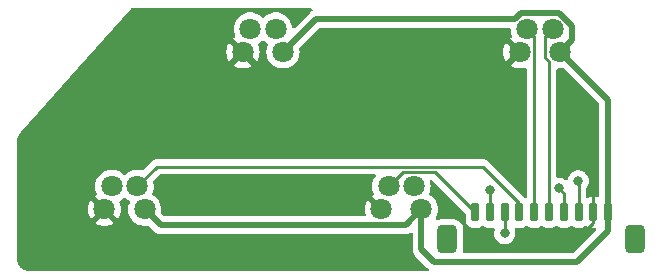
<source format=gbr>
%TF.GenerationSoftware,KiCad,Pcbnew,7.0.9*%
%TF.CreationDate,2024-04-07T02:28:49-04:00*%
%TF.ProjectId,rearbox_peripheral_io_top,72656172-626f-4785-9f70-657269706865,rev?*%
%TF.SameCoordinates,Original*%
%TF.FileFunction,Copper,L1,Top*%
%TF.FilePolarity,Positive*%
%FSLAX46Y46*%
G04 Gerber Fmt 4.6, Leading zero omitted, Abs format (unit mm)*
G04 Created by KiCad (PCBNEW 7.0.9) date 2024-04-07 02:28:49*
%MOMM*%
%LPD*%
G01*
G04 APERTURE LIST*
G04 Aperture macros list*
%AMRoundRect*
0 Rectangle with rounded corners*
0 $1 Rounding radius*
0 $2 $3 $4 $5 $6 $7 $8 $9 X,Y pos of 4 corners*
0 Add a 4 corners polygon primitive as box body*
4,1,4,$2,$3,$4,$5,$6,$7,$8,$9,$2,$3,0*
0 Add four circle primitives for the rounded corners*
1,1,$1+$1,$2,$3*
1,1,$1+$1,$4,$5*
1,1,$1+$1,$6,$7*
1,1,$1+$1,$8,$9*
0 Add four rect primitives between the rounded corners*
20,1,$1+$1,$2,$3,$4,$5,0*
20,1,$1+$1,$4,$5,$6,$7,0*
20,1,$1+$1,$6,$7,$8,$9,0*
20,1,$1+$1,$8,$9,$2,$3,0*%
G04 Aperture macros list end*
%TA.AperFunction,SMDPad,CuDef*%
%ADD10RoundRect,0.425000X0.425000X0.775000X-0.425000X0.775000X-0.425000X-0.775000X0.425000X-0.775000X0*%
%TD*%
%TA.AperFunction,SMDPad,CuDef*%
%ADD11RoundRect,0.150000X0.150000X0.650000X-0.150000X0.650000X-0.150000X-0.650000X0.150000X-0.650000X0*%
%TD*%
%TA.AperFunction,ComponentPad*%
%ADD12C,1.800000*%
%TD*%
%TA.AperFunction,ViaPad*%
%ADD13C,0.800000*%
%TD*%
%TA.AperFunction,Conductor*%
%ADD14C,0.500000*%
%TD*%
%TA.AperFunction,Conductor*%
%ADD15C,0.250000*%
%TD*%
G04 APERTURE END LIST*
D10*
%TO.P,J6,*%
%TO.N,*%
X128221000Y-71973000D03*
X112371000Y-71973000D03*
D11*
%TO.P,J6,1,Pin_1*%
%TO.N,Net-(J5-Pin_4)*%
X114721000Y-69723000D03*
%TO.P,J6,2,Pin_2*%
%TO.N,Net-(J5-Pin_2)*%
X115971000Y-69723000D03*
%TO.P,J6,3,Pin_3*%
%TO.N,Net-(J4-Pin_4)*%
X117221000Y-69723000D03*
%TO.P,J6,4,Pin_4*%
%TO.N,Net-(J4-Pin_2)*%
X118471000Y-69723000D03*
%TO.P,J6,5,Pin_5*%
%TO.N,Net-(J3-Pin_4)*%
X119721000Y-69723000D03*
%TO.P,J6,6,Pin_6*%
%TO.N,Net-(J3-Pin_2)*%
X120971000Y-69723000D03*
%TO.P,J6,7,Pin_7*%
%TO.N,Net-(J2-Pin_4)*%
X122221000Y-69723000D03*
%TO.P,J6,8,Pin_8*%
%TO.N,Net-(J2-Pin_2)*%
X123471000Y-69723000D03*
%TO.P,J6,9,Pin_9*%
%TO.N,GND*%
X124721000Y-69723000D03*
%TO.P,J6,10,Pin_10*%
%TO.N,5v*%
X125971000Y-69723000D03*
%TD*%
D12*
%TO.P,J3,1,Pin_1*%
%TO.N,5v*%
X121896022Y-56139429D03*
%TO.P,J3,2,Pin_2*%
%TO.N,Net-(J3-Pin_2)*%
X121270928Y-54189430D03*
%TO.P,J3,3,Pin_3*%
%TO.N,GND*%
X118495978Y-56139429D03*
%TO.P,J3,4,Pin_4*%
%TO.N,Net-(J3-Pin_4)*%
X119121001Y-54189430D03*
%TD*%
%TO.P,J2,1,Pin_1*%
%TO.N,5v*%
X98456022Y-56139428D03*
%TO.P,J2,2,Pin_2*%
%TO.N,Net-(J2-Pin_2)*%
X97830928Y-54189429D03*
%TO.P,J2,3,Pin_3*%
%TO.N,GND*%
X95055978Y-56139428D03*
%TO.P,J2,4,Pin_4*%
%TO.N,Net-(J2-Pin_4)*%
X95681001Y-54189429D03*
%TD*%
%TO.P,J4,1,Pin_1*%
%TO.N,5v*%
X86736022Y-69469858D03*
%TO.P,J4,2,Pin_2*%
%TO.N,Net-(J4-Pin_2)*%
X86110928Y-67519859D03*
%TO.P,J4,3,Pin_3*%
%TO.N,GND*%
X83335978Y-69469858D03*
%TO.P,J4,4,Pin_4*%
%TO.N,Net-(J4-Pin_4)*%
X83961001Y-67519859D03*
%TD*%
%TO.P,J5,1,Pin_1*%
%TO.N,5v*%
X110176022Y-69469859D03*
%TO.P,J5,2,Pin_2*%
%TO.N,Net-(J5-Pin_2)*%
X109550928Y-67519860D03*
%TO.P,J5,3,Pin_3*%
%TO.N,GND*%
X106775978Y-69469859D03*
%TO.P,J5,4,Pin_4*%
%TO.N,Net-(J5-Pin_4)*%
X107401001Y-67519860D03*
%TD*%
D13*
%TO.N,Net-(J2-Pin_2)*%
X123444000Y-67056000D03*
%TO.N,GND*%
X124714000Y-67945000D03*
X123571000Y-71755000D03*
%TO.N,Net-(J2-Pin_4)*%
X121788701Y-67695299D03*
%TO.N,Net-(J4-Pin_4)*%
X117221000Y-71501000D03*
%TO.N,Net-(J5-Pin_2)*%
X115951000Y-67818000D03*
%TD*%
D14*
%TO.N,5v*%
X122936000Y-53945313D02*
X122936000Y-55099451D01*
X122936000Y-55099451D02*
X121896022Y-56139429D01*
X118561812Y-52839430D02*
X121830117Y-52839430D01*
X118061242Y-53340000D02*
X118561812Y-52839430D01*
X101255450Y-53340000D02*
X118061242Y-53340000D01*
X121830117Y-52839430D02*
X122936000Y-53945313D01*
X98456022Y-56139428D02*
X101255450Y-53340000D01*
X121896022Y-56139429D02*
X125971000Y-60214407D01*
X86736022Y-69469858D02*
X88086023Y-70819859D01*
X88086023Y-70819859D02*
X108826022Y-70819859D01*
X123317000Y-73914000D02*
X125971000Y-71260000D01*
X125971000Y-60214407D02*
X125971000Y-69723000D01*
X108826022Y-70819859D02*
X110176022Y-69469859D01*
X110176022Y-72838022D02*
X111252000Y-73914000D01*
X110176022Y-69469859D02*
X110176022Y-72838022D01*
X111252000Y-73914000D02*
X123317000Y-73914000D01*
X125971000Y-71260000D02*
X125971000Y-69723000D01*
D15*
%TO.N,Net-(J2-Pin_2)*%
X123471000Y-67083000D02*
X123471000Y-69723000D01*
X123444000Y-67056000D02*
X123471000Y-67083000D01*
%TO.N,GND*%
X124721000Y-70605000D02*
X123571000Y-71755000D01*
X124721000Y-67952000D02*
X124714000Y-67945000D01*
X124721000Y-69723000D02*
X124721000Y-67952000D01*
X124721000Y-69723000D02*
X124721000Y-70605000D01*
%TO.N,Net-(J2-Pin_4)*%
X122221000Y-68127598D02*
X122221000Y-69723000D01*
X121788701Y-67695299D02*
X122221000Y-68127598D01*
%TO.N,Net-(J3-Pin_2)*%
X120671022Y-56646841D02*
X120671022Y-54789336D01*
X120971000Y-56946819D02*
X120671022Y-56646841D01*
X120671022Y-54789336D02*
X121270928Y-54189430D01*
X120971000Y-69723000D02*
X120971000Y-56946819D01*
%TO.N,Net-(J3-Pin_4)*%
X119721000Y-54789429D02*
X119121001Y-54189430D01*
X119721000Y-69723000D02*
X119721000Y-54789429D01*
%TO.N,Net-(J4-Pin_2)*%
X86110928Y-67519859D02*
X87785927Y-65844860D01*
X118471000Y-68961000D02*
X118471000Y-69723000D01*
X115354860Y-65844860D02*
X118471000Y-68961000D01*
X87785927Y-65844860D02*
X115354860Y-65844860D01*
%TO.N,Net-(J4-Pin_4)*%
X117221000Y-69723000D02*
X117221000Y-71501000D01*
%TO.N,Net-(J5-Pin_2)*%
X115971000Y-69723000D02*
X115971000Y-67838000D01*
X115971000Y-67838000D02*
X115951000Y-67818000D01*
%TO.N,Net-(J5-Pin_4)*%
X114721000Y-69723000D02*
X111292860Y-66294860D01*
X111292860Y-66294860D02*
X108626001Y-66294860D01*
X108626001Y-66294860D02*
X107401001Y-67519860D01*
%TD*%
%TA.AperFunction,Conductor*%
%TO.N,GND*%
G36*
X100893433Y-52471185D02*
G01*
X100939188Y-52523989D01*
X100949132Y-52593147D01*
X100920107Y-52656703D01*
X100894531Y-52679102D01*
X100852166Y-52706965D01*
X100786796Y-52747286D01*
X100781127Y-52751769D01*
X100781091Y-52751723D01*
X100775248Y-52756484D01*
X100775285Y-52756528D01*
X100769760Y-52761164D01*
X100717064Y-52817017D01*
X99433690Y-54100390D01*
X99372367Y-54133875D01*
X99302675Y-54128891D01*
X99246742Y-54087019D01*
X99222433Y-54022951D01*
X99217062Y-53958124D01*
X99206204Y-53915247D01*
X99160085Y-53733128D01*
X99066852Y-53520580D01*
X98939911Y-53326281D01*
X98939908Y-53326278D01*
X98939907Y-53326276D01*
X98782712Y-53155516D01*
X98782707Y-53155512D01*
X98782705Y-53155510D01*
X98599562Y-53012964D01*
X98599556Y-53012960D01*
X98395432Y-52902493D01*
X98395423Y-52902490D01*
X98175912Y-52827131D01*
X98004210Y-52798479D01*
X97946977Y-52788929D01*
X97714879Y-52788929D01*
X97669092Y-52796569D01*
X97485943Y-52827131D01*
X97266432Y-52902490D01*
X97266423Y-52902493D01*
X97062299Y-53012960D01*
X96933042Y-53113565D01*
X96879144Y-53155516D01*
X96879141Y-53155518D01*
X96879140Y-53155520D01*
X96847193Y-53190224D01*
X96787306Y-53226214D01*
X96717468Y-53224113D01*
X96664734Y-53190222D01*
X96632787Y-53155518D01*
X96632778Y-53155510D01*
X96449635Y-53012964D01*
X96449629Y-53012960D01*
X96245505Y-52902493D01*
X96245496Y-52902490D01*
X96025985Y-52827131D01*
X95854283Y-52798479D01*
X95797050Y-52788929D01*
X95564952Y-52788929D01*
X95519165Y-52796569D01*
X95336016Y-52827131D01*
X95116505Y-52902490D01*
X95116496Y-52902493D01*
X94912372Y-53012960D01*
X94912366Y-53012964D01*
X94729223Y-53155510D01*
X94729220Y-53155513D01*
X94729217Y-53155515D01*
X94729217Y-53155516D01*
X94697268Y-53190222D01*
X94572017Y-53326281D01*
X94445076Y-53520580D01*
X94351843Y-53733128D01*
X94294867Y-53958120D01*
X94294865Y-53958131D01*
X94275701Y-54189422D01*
X94275701Y-54189435D01*
X94294865Y-54420726D01*
X94294867Y-54420737D01*
X94351843Y-54645729D01*
X94406274Y-54769818D01*
X94415177Y-54839118D01*
X94385200Y-54902230D01*
X94351737Y-54928682D01*
X94287624Y-54963379D01*
X94257178Y-54987074D01*
X94257178Y-54987075D01*
X94846757Y-55576654D01*
X94753390Y-55615329D01*
X94628053Y-55711503D01*
X94531879Y-55836839D01*
X94493204Y-55930207D01*
X93904790Y-55341793D01*
X93820494Y-55470819D01*
X93820492Y-55470823D01*
X93727295Y-55683292D01*
X93670339Y-55908209D01*
X93651180Y-56139422D01*
X93651180Y-56139433D01*
X93670339Y-56370646D01*
X93727295Y-56595563D01*
X93820494Y-56808037D01*
X93904789Y-56937061D01*
X94493204Y-56348647D01*
X94531879Y-56442016D01*
X94628053Y-56567353D01*
X94753390Y-56663527D01*
X94846757Y-56702200D01*
X94257177Y-57291779D01*
X94287628Y-57315478D01*
X94491675Y-57425904D01*
X94491684Y-57425907D01*
X94711117Y-57501239D01*
X94939971Y-57539428D01*
X95171985Y-57539428D01*
X95400838Y-57501239D01*
X95620271Y-57425907D01*
X95620280Y-57425904D01*
X95824328Y-57315478D01*
X95854776Y-57291779D01*
X95265198Y-56702201D01*
X95358566Y-56663527D01*
X95483903Y-56567353D01*
X95580077Y-56442017D01*
X95618751Y-56348648D01*
X96207164Y-56937062D01*
X96291462Y-56808034D01*
X96384660Y-56595563D01*
X96441616Y-56370646D01*
X96460776Y-56139433D01*
X96460776Y-56139422D01*
X96441616Y-55908209D01*
X96384660Y-55683292D01*
X96330464Y-55559736D01*
X96321561Y-55490436D01*
X96351538Y-55427324D01*
X96385004Y-55400871D01*
X96385389Y-55400663D01*
X96449627Y-55365899D01*
X96632785Y-55223342D01*
X96632789Y-55223337D01*
X96632792Y-55223335D01*
X96646488Y-55208456D01*
X96664733Y-55188636D01*
X96724617Y-55152645D01*
X96794456Y-55154743D01*
X96847192Y-55188632D01*
X96879144Y-55223342D01*
X96879147Y-55223344D01*
X96879150Y-55223347D01*
X97062293Y-55365893D01*
X97062303Y-55365900D01*
X97062309Y-55365903D01*
X97126541Y-55400663D01*
X97176132Y-55449882D01*
X97191240Y-55518098D01*
X97181080Y-55559528D01*
X97126865Y-55683127D01*
X97069888Y-55908119D01*
X97069886Y-55908130D01*
X97050722Y-56139421D01*
X97050722Y-56139434D01*
X97069886Y-56370725D01*
X97069888Y-56370736D01*
X97126864Y-56595728D01*
X97220097Y-56808276D01*
X97347038Y-57002575D01*
X97347041Y-57002579D01*
X97347043Y-57002581D01*
X97504238Y-57173341D01*
X97504241Y-57173343D01*
X97504244Y-57173346D01*
X97687387Y-57315892D01*
X97687393Y-57315896D01*
X97687396Y-57315898D01*
X97854882Y-57406537D01*
X97890674Y-57425907D01*
X97891519Y-57426364D01*
X98005509Y-57465496D01*
X98111037Y-57501725D01*
X98111039Y-57501725D01*
X98111041Y-57501726D01*
X98339973Y-57539928D01*
X98339974Y-57539928D01*
X98572070Y-57539928D01*
X98572071Y-57539928D01*
X98801003Y-57501726D01*
X99020525Y-57426364D01*
X99224648Y-57315898D01*
X99225187Y-57315479D01*
X99286151Y-57268028D01*
X99407806Y-57173341D01*
X99565001Y-57002581D01*
X99691946Y-56808277D01*
X99785179Y-56595728D01*
X99842156Y-56370733D01*
X99842163Y-56370647D01*
X99861322Y-56139434D01*
X99861322Y-56139421D01*
X99842157Y-55908136D01*
X99842156Y-55908123D01*
X99840568Y-55901852D01*
X99843188Y-55832035D01*
X99873088Y-55783728D01*
X101529999Y-54126819D01*
X101591322Y-54093334D01*
X101617680Y-54090500D01*
X117593353Y-54090500D01*
X117660392Y-54110185D01*
X117706147Y-54162989D01*
X117716929Y-54204260D01*
X117734865Y-54420726D01*
X117734867Y-54420738D01*
X117791843Y-54645730D01*
X117846274Y-54769819D01*
X117855177Y-54839119D01*
X117825200Y-54902231D01*
X117791737Y-54928683D01*
X117727624Y-54963380D01*
X117697178Y-54987075D01*
X117697178Y-54987076D01*
X118286757Y-55576655D01*
X118193390Y-55615330D01*
X118068053Y-55711504D01*
X117971879Y-55836840D01*
X117933204Y-55930208D01*
X117344790Y-55341794D01*
X117260494Y-55470820D01*
X117260492Y-55470824D01*
X117167295Y-55683293D01*
X117110339Y-55908210D01*
X117091180Y-56139423D01*
X117091180Y-56139434D01*
X117110339Y-56370647D01*
X117167295Y-56595564D01*
X117260494Y-56808038D01*
X117344789Y-56937062D01*
X117933204Y-56348648D01*
X117971879Y-56442017D01*
X118068053Y-56567354D01*
X118193390Y-56663528D01*
X118286756Y-56702201D01*
X117697177Y-57291780D01*
X117727628Y-57315479D01*
X117931675Y-57425905D01*
X117931684Y-57425908D01*
X118151117Y-57501240D01*
X118379971Y-57539429D01*
X118611985Y-57539429D01*
X118840836Y-57501241D01*
X118931236Y-57470206D01*
X119001035Y-57467056D01*
X119061456Y-57502142D01*
X119093317Y-57564324D01*
X119095500Y-57587487D01*
X119095500Y-68380480D01*
X119075815Y-68447519D01*
X119023011Y-68493274D01*
X118953853Y-68503218D01*
X118908379Y-68487212D01*
X118881397Y-68471255D01*
X118875687Y-68468784D01*
X118837256Y-68442665D01*
X115855663Y-65461072D01*
X115845840Y-65448810D01*
X115845619Y-65448994D01*
X115840646Y-65442983D01*
X115822019Y-65425491D01*
X115790224Y-65395633D01*
X115779779Y-65385188D01*
X115769335Y-65374743D01*
X115763846Y-65370485D01*
X115759421Y-65366707D01*
X115725442Y-65334798D01*
X115725440Y-65334796D01*
X115725437Y-65334795D01*
X115707889Y-65325148D01*
X115691623Y-65314464D01*
X115675793Y-65302185D01*
X115633028Y-65283678D01*
X115627782Y-65281108D01*
X115586953Y-65258663D01*
X115586952Y-65258662D01*
X115567553Y-65253682D01*
X115549141Y-65247378D01*
X115530758Y-65239422D01*
X115530752Y-65239420D01*
X115484734Y-65232132D01*
X115479012Y-65230947D01*
X115433881Y-65219360D01*
X115433879Y-65219360D01*
X115413844Y-65219360D01*
X115394446Y-65217833D01*
X115387022Y-65216657D01*
X115374665Y-65214700D01*
X115374664Y-65214700D01*
X115328276Y-65219085D01*
X115322438Y-65219360D01*
X87868664Y-65219360D01*
X87853047Y-65217636D01*
X87853020Y-65217922D01*
X87845258Y-65217187D01*
X87776130Y-65219360D01*
X87746577Y-65219360D01*
X87745856Y-65219450D01*
X87739684Y-65220229D01*
X87733872Y-65220686D01*
X87687305Y-65222150D01*
X87687294Y-65222152D01*
X87668061Y-65227739D01*
X87649021Y-65231682D01*
X87629144Y-65234194D01*
X87629137Y-65234195D01*
X87629135Y-65234196D01*
X87629133Y-65234196D01*
X87629132Y-65234197D01*
X87585795Y-65251354D01*
X87580269Y-65253246D01*
X87535538Y-65266242D01*
X87535535Y-65266243D01*
X87518290Y-65276441D01*
X87500828Y-65284995D01*
X87482199Y-65292371D01*
X87482194Y-65292373D01*
X87444491Y-65319766D01*
X87439609Y-65322972D01*
X87399507Y-65346688D01*
X87385335Y-65360860D01*
X87370550Y-65373488D01*
X87354339Y-65385267D01*
X87324636Y-65421170D01*
X87320704Y-65425491D01*
X86609447Y-66136747D01*
X86548124Y-66170232D01*
X86481503Y-66166347D01*
X86455911Y-66157561D01*
X86303287Y-66132093D01*
X86226977Y-66119359D01*
X85994879Y-66119359D01*
X85949092Y-66126999D01*
X85765943Y-66157561D01*
X85546432Y-66232920D01*
X85546423Y-66232923D01*
X85342299Y-66343390D01*
X85213042Y-66443995D01*
X85159144Y-66485946D01*
X85159141Y-66485948D01*
X85159140Y-66485950D01*
X85127193Y-66520654D01*
X85067306Y-66556644D01*
X84997468Y-66554543D01*
X84944734Y-66520652D01*
X84912787Y-66485948D01*
X84912778Y-66485940D01*
X84729635Y-66343394D01*
X84729629Y-66343390D01*
X84525505Y-66232923D01*
X84525496Y-66232920D01*
X84305985Y-66157561D01*
X84134283Y-66128909D01*
X84077050Y-66119359D01*
X83844952Y-66119359D01*
X83799165Y-66126999D01*
X83616016Y-66157561D01*
X83396505Y-66232920D01*
X83396496Y-66232923D01*
X83192372Y-66343390D01*
X83192366Y-66343394D01*
X83009223Y-66485940D01*
X83009220Y-66485943D01*
X83009217Y-66485945D01*
X83009217Y-66485946D01*
X83005444Y-66490045D01*
X82852017Y-66656711D01*
X82725076Y-66851010D01*
X82631843Y-67063558D01*
X82574867Y-67288550D01*
X82574865Y-67288561D01*
X82555701Y-67519852D01*
X82555701Y-67519865D01*
X82574865Y-67751156D01*
X82574867Y-67751167D01*
X82631843Y-67976159D01*
X82686274Y-68100248D01*
X82695177Y-68169548D01*
X82665200Y-68232660D01*
X82631737Y-68259112D01*
X82567624Y-68293809D01*
X82537178Y-68317504D01*
X82537178Y-68317505D01*
X83126757Y-68907084D01*
X83033390Y-68945759D01*
X82908053Y-69041933D01*
X82811879Y-69167269D01*
X82773204Y-69260637D01*
X82184790Y-68672223D01*
X82100494Y-68801249D01*
X82100492Y-68801253D01*
X82007295Y-69013722D01*
X81950339Y-69238639D01*
X81931180Y-69469852D01*
X81931180Y-69469863D01*
X81950339Y-69701076D01*
X82007295Y-69925993D01*
X82100494Y-70138467D01*
X82184789Y-70267491D01*
X82773204Y-69679077D01*
X82811879Y-69772446D01*
X82908053Y-69897783D01*
X83033390Y-69993957D01*
X83126757Y-70032630D01*
X82537177Y-70622209D01*
X82567628Y-70645908D01*
X82771675Y-70756334D01*
X82771684Y-70756337D01*
X82991117Y-70831669D01*
X83219971Y-70869858D01*
X83451985Y-70869858D01*
X83680838Y-70831669D01*
X83900271Y-70756337D01*
X83900280Y-70756334D01*
X84104328Y-70645908D01*
X84134776Y-70622209D01*
X83545198Y-70032631D01*
X83638566Y-69993957D01*
X83763903Y-69897783D01*
X83860077Y-69772447D01*
X83898751Y-69679078D01*
X84487164Y-70267492D01*
X84571462Y-70138464D01*
X84664660Y-69925993D01*
X84721616Y-69701076D01*
X84740776Y-69469863D01*
X84740776Y-69469852D01*
X84721616Y-69238639D01*
X84664660Y-69013722D01*
X84610464Y-68890166D01*
X84601561Y-68820866D01*
X84631538Y-68757754D01*
X84665004Y-68731301D01*
X84665389Y-68731093D01*
X84729627Y-68696329D01*
X84729632Y-68696324D01*
X84729635Y-68696323D01*
X84817989Y-68627554D01*
X84912785Y-68553772D01*
X84912791Y-68553766D01*
X84912792Y-68553765D01*
X84926488Y-68538886D01*
X84944735Y-68519065D01*
X85004617Y-68483075D01*
X85074456Y-68485173D01*
X85127192Y-68519062D01*
X85159144Y-68553772D01*
X85159147Y-68553774D01*
X85159150Y-68553777D01*
X85342293Y-68696323D01*
X85342303Y-68696330D01*
X85378931Y-68716152D01*
X85406541Y-68731093D01*
X85456132Y-68780312D01*
X85471240Y-68848528D01*
X85461080Y-68889958D01*
X85406865Y-69013557D01*
X85349888Y-69238549D01*
X85349886Y-69238560D01*
X85330722Y-69469851D01*
X85330722Y-69469864D01*
X85349886Y-69701155D01*
X85349888Y-69701166D01*
X85406864Y-69926158D01*
X85500097Y-70138706D01*
X85627038Y-70333005D01*
X85627041Y-70333009D01*
X85627043Y-70333011D01*
X85784238Y-70503771D01*
X85784241Y-70503773D01*
X85784244Y-70503776D01*
X85967387Y-70646322D01*
X85967393Y-70646326D01*
X85967396Y-70646328D01*
X86050240Y-70691161D01*
X86170674Y-70756337D01*
X86171519Y-70756794D01*
X86224173Y-70774870D01*
X86391037Y-70832155D01*
X86391039Y-70832155D01*
X86391041Y-70832156D01*
X86619973Y-70870358D01*
X86619974Y-70870358D01*
X86852069Y-70870358D01*
X86852071Y-70870358D01*
X86980296Y-70848960D01*
X87049657Y-70857341D01*
X87088384Y-70883588D01*
X87510293Y-71305497D01*
X87522074Y-71319129D01*
X87536411Y-71338387D01*
X87536412Y-71338388D01*
X87536413Y-71338389D01*
X87545495Y-71346009D01*
X87576432Y-71371970D01*
X87580420Y-71375625D01*
X87586239Y-71381444D01*
X87586243Y-71381447D01*
X87586246Y-71381450D01*
X87611982Y-71401799D01*
X87670809Y-71451161D01*
X87670810Y-71451161D01*
X87670812Y-71451163D01*
X87676841Y-71455129D01*
X87676808Y-71455178D01*
X87683170Y-71459231D01*
X87683202Y-71459180D01*
X87689342Y-71462967D01*
X87689346Y-71462970D01*
X87724155Y-71479202D01*
X87758964Y-71495434D01*
X87804759Y-71518433D01*
X87827590Y-71529899D01*
X87827592Y-71529899D01*
X87834380Y-71532370D01*
X87834359Y-71532426D01*
X87841478Y-71534901D01*
X87841497Y-71534845D01*
X87848352Y-71537117D01*
X87923585Y-71552650D01*
X87998302Y-71570359D01*
X87998312Y-71570359D01*
X88005475Y-71571197D01*
X88005467Y-71571256D01*
X88012968Y-71572023D01*
X88012974Y-71571964D01*
X88020163Y-71572593D01*
X88020167Y-71572592D01*
X88020168Y-71572593D01*
X88096941Y-71570359D01*
X108762317Y-71570359D01*
X108780287Y-71571668D01*
X108804045Y-71575148D01*
X108856090Y-71570594D01*
X108861492Y-71570359D01*
X108869726Y-71570359D01*
X108869731Y-71570359D01*
X108881349Y-71569000D01*
X108902298Y-71566552D01*
X108915050Y-71565436D01*
X108978819Y-71559858D01*
X108978827Y-71559855D01*
X108985888Y-71558398D01*
X108985900Y-71558457D01*
X108993265Y-71556824D01*
X108993251Y-71556765D01*
X109000268Y-71555100D01*
X109000277Y-71555100D01*
X109072445Y-71528833D01*
X109145356Y-71504673D01*
X109145365Y-71504666D01*
X109151904Y-71501619D01*
X109151930Y-71501675D01*
X109158712Y-71498391D01*
X109158685Y-71498337D01*
X109165128Y-71495099D01*
X109165139Y-71495096D01*
X109225831Y-71455178D01*
X109229304Y-71452894D01*
X109236423Y-71448503D01*
X109303815Y-71430061D01*
X109370479Y-71450982D01*
X109415250Y-71504623D01*
X109425522Y-71554040D01*
X109425522Y-72774316D01*
X109424213Y-72792285D01*
X109420732Y-72816047D01*
X109425286Y-72868086D01*
X109425522Y-72873492D01*
X109425522Y-72881731D01*
X109429328Y-72914296D01*
X109436022Y-72990813D01*
X109437483Y-72997889D01*
X109437425Y-72997900D01*
X109439056Y-73005259D01*
X109439114Y-73005246D01*
X109440779Y-73012272D01*
X109467047Y-73084446D01*
X109491207Y-73157353D01*
X109494258Y-73163896D01*
X109494204Y-73163920D01*
X109497492Y-73170710D01*
X109497543Y-73170685D01*
X109500783Y-73177135D01*
X109500784Y-73177136D01*
X109500785Y-73177139D01*
X109542987Y-73241305D01*
X109583309Y-73306677D01*
X109587788Y-73312341D01*
X109587741Y-73312378D01*
X109592504Y-73318224D01*
X109592550Y-73318186D01*
X109597195Y-73323722D01*
X109653040Y-73376408D01*
X110676269Y-74399637D01*
X110688049Y-74413268D01*
X110702389Y-74432530D01*
X110702391Y-74432532D01*
X110730968Y-74456510D01*
X110769671Y-74514681D01*
X110770780Y-74584542D01*
X110733943Y-74643912D01*
X110670856Y-74673942D01*
X110651263Y-74675500D01*
X76948710Y-74675500D01*
X76943303Y-74675264D01*
X76941015Y-74675063D01*
X76900554Y-74671523D01*
X76774238Y-74659082D01*
X76754299Y-74655454D01*
X76687669Y-74637601D01*
X76594435Y-74609319D01*
X76578027Y-74603040D01*
X76529433Y-74580381D01*
X76510618Y-74571607D01*
X76507605Y-74570101D01*
X76423671Y-74525236D01*
X76417331Y-74521341D01*
X76351170Y-74475015D01*
X76347398Y-74472154D01*
X76275190Y-74412895D01*
X76270688Y-74408815D01*
X76213182Y-74351309D01*
X76209103Y-74346808D01*
X76149844Y-74274600D01*
X76146983Y-74270828D01*
X76100657Y-74204667D01*
X76096762Y-74198327D01*
X76071982Y-74151969D01*
X76051888Y-74114375D01*
X76050406Y-74111411D01*
X76018958Y-74043971D01*
X76012682Y-74027570D01*
X75984398Y-73934330D01*
X75966541Y-73867685D01*
X75962918Y-73847771D01*
X75950482Y-73721519D01*
X75946735Y-73678695D01*
X75946500Y-73673293D01*
X75946500Y-63632013D01*
X75946666Y-63627475D01*
X75948475Y-63602818D01*
X75960606Y-63470890D01*
X75961829Y-63463096D01*
X75974682Y-63405568D01*
X75975491Y-63402366D01*
X76002251Y-63307441D01*
X76004034Y-63302069D01*
X76026645Y-63243140D01*
X76028901Y-63237978D01*
X76072516Y-63149498D01*
X76074077Y-63146541D01*
X76102966Y-63095247D01*
X76107278Y-63088623D01*
X76187216Y-62981522D01*
X76201425Y-62963197D01*
X76204471Y-62959563D01*
X76234177Y-62926768D01*
X76236141Y-62924118D01*
X78380608Y-60525274D01*
X81083968Y-57501240D01*
X85561253Y-52492857D01*
X85620609Y-52455997D01*
X85653699Y-52451500D01*
X100826394Y-52451500D01*
X100893433Y-52471185D01*
G37*
%TD.AperFunction*%
%TA.AperFunction,Conductor*%
G36*
X111065879Y-66961339D02*
G01*
X111097848Y-66984438D01*
X113884181Y-69770771D01*
X113917666Y-69832094D01*
X113920500Y-69858452D01*
X113920500Y-70438696D01*
X113923401Y-70475567D01*
X113923402Y-70475573D01*
X113969254Y-70633393D01*
X113969255Y-70633396D01*
X113969256Y-70633398D01*
X113976899Y-70646322D01*
X114052917Y-70774862D01*
X114052923Y-70774870D01*
X114169129Y-70891076D01*
X114169133Y-70891079D01*
X114169135Y-70891081D01*
X114310602Y-70974744D01*
X114352224Y-70986836D01*
X114468426Y-71020597D01*
X114468429Y-71020597D01*
X114468431Y-71020598D01*
X114480722Y-71021565D01*
X114505304Y-71023500D01*
X114505306Y-71023500D01*
X114936696Y-71023500D01*
X114955131Y-71022049D01*
X114973569Y-71020598D01*
X114973571Y-71020597D01*
X114973573Y-71020597D01*
X115015191Y-71008505D01*
X115131398Y-70974744D01*
X115256048Y-70901026D01*
X115279580Y-70887110D01*
X115280747Y-70889083D01*
X115335035Y-70867769D01*
X115403553Y-70881448D01*
X115412404Y-70887136D01*
X115412420Y-70887110D01*
X115453034Y-70911128D01*
X115560602Y-70974744D01*
X115602224Y-70986836D01*
X115718426Y-71020597D01*
X115718429Y-71020597D01*
X115718431Y-71020598D01*
X115730722Y-71021565D01*
X115755304Y-71023500D01*
X115755306Y-71023500D01*
X116186696Y-71023500D01*
X116198985Y-71022532D01*
X116223569Y-71020598D01*
X116226893Y-71019632D01*
X116228827Y-71019637D01*
X116229799Y-71019460D01*
X116229831Y-71019640D01*
X116296760Y-71019828D01*
X116355432Y-71057767D01*
X116384279Y-71121404D01*
X116379423Y-71177025D01*
X116335327Y-71312740D01*
X116335326Y-71312744D01*
X116315540Y-71501000D01*
X116335326Y-71689256D01*
X116335327Y-71689259D01*
X116393818Y-71869277D01*
X116393821Y-71869284D01*
X116488467Y-72033216D01*
X116615129Y-72173888D01*
X116768265Y-72285148D01*
X116768270Y-72285151D01*
X116941192Y-72362142D01*
X116941197Y-72362144D01*
X117126354Y-72401500D01*
X117126355Y-72401500D01*
X117315644Y-72401500D01*
X117315646Y-72401500D01*
X117500803Y-72362144D01*
X117673730Y-72285151D01*
X117826871Y-72173888D01*
X117953533Y-72033216D01*
X118048179Y-71869284D01*
X118106674Y-71689256D01*
X118126460Y-71501000D01*
X118106674Y-71312744D01*
X118062576Y-71177025D01*
X118060581Y-71107184D01*
X118096661Y-71047351D01*
X118159362Y-71016523D01*
X118212199Y-71019469D01*
X118212201Y-71019460D01*
X118212280Y-71019474D01*
X118215105Y-71019632D01*
X118218426Y-71020597D01*
X118218429Y-71020597D01*
X118218431Y-71020598D01*
X118230722Y-71021565D01*
X118255304Y-71023500D01*
X118255306Y-71023500D01*
X118686696Y-71023500D01*
X118705131Y-71022049D01*
X118723569Y-71020598D01*
X118723571Y-71020597D01*
X118723573Y-71020597D01*
X118765191Y-71008505D01*
X118881398Y-70974744D01*
X119006048Y-70901026D01*
X119029580Y-70887110D01*
X119030747Y-70889083D01*
X119085035Y-70867769D01*
X119153553Y-70881448D01*
X119162404Y-70887136D01*
X119162420Y-70887110D01*
X119203034Y-70911128D01*
X119310602Y-70974744D01*
X119352224Y-70986836D01*
X119468426Y-71020597D01*
X119468429Y-71020597D01*
X119468431Y-71020598D01*
X119480722Y-71021565D01*
X119505304Y-71023500D01*
X119505306Y-71023500D01*
X119936696Y-71023500D01*
X119955131Y-71022049D01*
X119973569Y-71020598D01*
X119973571Y-71020597D01*
X119973573Y-71020597D01*
X120015191Y-71008505D01*
X120131398Y-70974744D01*
X120256048Y-70901026D01*
X120279580Y-70887110D01*
X120280747Y-70889083D01*
X120335035Y-70867769D01*
X120403553Y-70881448D01*
X120412404Y-70887136D01*
X120412420Y-70887110D01*
X120453034Y-70911128D01*
X120560602Y-70974744D01*
X120602224Y-70986836D01*
X120718426Y-71020597D01*
X120718429Y-71020597D01*
X120718431Y-71020598D01*
X120730722Y-71021565D01*
X120755304Y-71023500D01*
X120755306Y-71023500D01*
X121186696Y-71023500D01*
X121205131Y-71022049D01*
X121223569Y-71020598D01*
X121223571Y-71020597D01*
X121223573Y-71020597D01*
X121265191Y-71008505D01*
X121381398Y-70974744D01*
X121506048Y-70901026D01*
X121529580Y-70887110D01*
X121530747Y-70889083D01*
X121585035Y-70867769D01*
X121653553Y-70881448D01*
X121662404Y-70887136D01*
X121662420Y-70887110D01*
X121703034Y-70911128D01*
X121810602Y-70974744D01*
X121852224Y-70986836D01*
X121968426Y-71020597D01*
X121968429Y-71020597D01*
X121968431Y-71020598D01*
X121980722Y-71021565D01*
X122005304Y-71023500D01*
X122005306Y-71023500D01*
X122436696Y-71023500D01*
X122455131Y-71022049D01*
X122473569Y-71020598D01*
X122473571Y-71020597D01*
X122473573Y-71020597D01*
X122515191Y-71008505D01*
X122631398Y-70974744D01*
X122756048Y-70901026D01*
X122779580Y-70887110D01*
X122780747Y-70889083D01*
X122835035Y-70867769D01*
X122903553Y-70881448D01*
X122912404Y-70887136D01*
X122912420Y-70887110D01*
X122953034Y-70911128D01*
X123060602Y-70974744D01*
X123102224Y-70986836D01*
X123218426Y-71020597D01*
X123218429Y-71020597D01*
X123218431Y-71020598D01*
X123230722Y-71021565D01*
X123255304Y-71023500D01*
X123255306Y-71023500D01*
X123686696Y-71023500D01*
X123705131Y-71022049D01*
X123723569Y-71020598D01*
X123723571Y-71020597D01*
X123723573Y-71020597D01*
X123765191Y-71008505D01*
X123881398Y-70974744D01*
X124006048Y-70901026D01*
X124029580Y-70887110D01*
X124030673Y-70888959D01*
X124085425Y-70867452D01*
X124153945Y-70881120D01*
X124162706Y-70886749D01*
X124162729Y-70886712D01*
X124310803Y-70974282D01*
X124310806Y-70974283D01*
X124468504Y-71020099D01*
X124468510Y-71020100D01*
X124505356Y-71023000D01*
X124847270Y-71023000D01*
X124914309Y-71042685D01*
X124960064Y-71095489D01*
X124970008Y-71164647D01*
X124940983Y-71228203D01*
X124934951Y-71234681D01*
X123042451Y-73127181D01*
X122981128Y-73160666D01*
X122954770Y-73163500D01*
X113804415Y-73163500D01*
X113737376Y-73143815D01*
X113691621Y-73091011D01*
X113681677Y-73021853D01*
X113684638Y-73007414D01*
X113715141Y-72893578D01*
X113721500Y-72812778D01*
X113721500Y-71133222D01*
X113715141Y-71052422D01*
X113664788Y-70864504D01*
X113576465Y-70691160D01*
X113454032Y-70539968D01*
X113302840Y-70417535D01*
X113129496Y-70329212D01*
X112941578Y-70278859D01*
X112941577Y-70278858D01*
X112941574Y-70278858D01*
X112860780Y-70272500D01*
X112860778Y-70272500D01*
X111881222Y-70272500D01*
X111881220Y-70272500D01*
X111800425Y-70278858D01*
X111612501Y-70329212D01*
X111539916Y-70366196D01*
X111471246Y-70379092D01*
X111406506Y-70352815D01*
X111366250Y-70295708D01*
X111363258Y-70225902D01*
X111379811Y-70187893D01*
X111411946Y-70138708D01*
X111505179Y-69926159D01*
X111562156Y-69701164D01*
X111562157Y-69701154D01*
X111581322Y-69469865D01*
X111581322Y-69469852D01*
X111562157Y-69238561D01*
X111562155Y-69238550D01*
X111505179Y-69013558D01*
X111411946Y-68801010D01*
X111285005Y-68606711D01*
X111285002Y-68606708D01*
X111285001Y-68606706D01*
X111127806Y-68435946D01*
X111127801Y-68435942D01*
X111127799Y-68435940D01*
X110944656Y-68293394D01*
X110944641Y-68293384D01*
X110880407Y-68258622D01*
X110830816Y-68209402D01*
X110815709Y-68141186D01*
X110825867Y-68099762D01*
X110880085Y-67976160D01*
X110937062Y-67751165D01*
X110937890Y-67741178D01*
X110956228Y-67519866D01*
X110956228Y-67519853D01*
X110937063Y-67288562D01*
X110937062Y-67288559D01*
X110937062Y-67288555D01*
X110889961Y-67102559D01*
X110892586Y-67032739D01*
X110932542Y-66975422D01*
X110997143Y-66948805D01*
X111065879Y-66961339D01*
G37*
%TD.AperFunction*%
%TA.AperFunction,Conductor*%
G36*
X106251675Y-66490045D02*
G01*
X106297430Y-66542849D01*
X106307374Y-66612007D01*
X106288445Y-66662181D01*
X106165076Y-66851011D01*
X106071843Y-67063559D01*
X106014867Y-67288551D01*
X106014865Y-67288562D01*
X105995701Y-67519853D01*
X105995701Y-67519866D01*
X106014865Y-67751157D01*
X106014867Y-67751168D01*
X106071843Y-67976160D01*
X106126274Y-68100249D01*
X106135177Y-68169549D01*
X106105200Y-68232661D01*
X106071737Y-68259113D01*
X106007624Y-68293810D01*
X105977178Y-68317505D01*
X105977178Y-68317506D01*
X106566757Y-68907085D01*
X106473390Y-68945760D01*
X106348053Y-69041934D01*
X106251879Y-69167270D01*
X106213204Y-69260638D01*
X105624790Y-68672224D01*
X105540494Y-68801250D01*
X105540492Y-68801254D01*
X105447295Y-69013723D01*
X105390339Y-69238640D01*
X105371180Y-69469853D01*
X105371180Y-69469864D01*
X105390339Y-69701077D01*
X105444491Y-69914919D01*
X105441866Y-69984739D01*
X105401910Y-70042057D01*
X105337308Y-70068673D01*
X105324285Y-70069359D01*
X88448252Y-70069359D01*
X88381213Y-70049674D01*
X88360571Y-70033040D01*
X88153090Y-69825559D01*
X88119605Y-69764236D01*
X88120567Y-69707434D01*
X88122156Y-69701163D01*
X88134057Y-69557540D01*
X88141322Y-69469864D01*
X88141322Y-69469851D01*
X88122157Y-69238560D01*
X88122155Y-69238549D01*
X88065179Y-69013557D01*
X87971946Y-68801009D01*
X87845005Y-68606710D01*
X87845002Y-68606707D01*
X87845001Y-68606705D01*
X87687806Y-68435945D01*
X87687800Y-68435940D01*
X87687799Y-68435939D01*
X87504656Y-68293393D01*
X87504641Y-68293383D01*
X87440407Y-68258621D01*
X87390816Y-68209401D01*
X87375709Y-68141185D01*
X87385867Y-68099761D01*
X87440085Y-67976159D01*
X87497062Y-67751164D01*
X87497063Y-67751156D01*
X87516228Y-67519865D01*
X87516228Y-67519852D01*
X87497063Y-67288561D01*
X87497060Y-67288545D01*
X87480603Y-67223561D01*
X87459751Y-67141220D01*
X87462375Y-67071403D01*
X87492273Y-67023103D01*
X88008699Y-66506679D01*
X88070022Y-66473194D01*
X88096380Y-66470360D01*
X106184636Y-66470360D01*
X106251675Y-66490045D01*
G37*
%TD.AperFunction*%
%TA.AperFunction,Conductor*%
G36*
X122209657Y-57526912D02*
G01*
X122248384Y-57553159D01*
X125184181Y-60488955D01*
X125217666Y-60550278D01*
X125220500Y-60576636D01*
X125220500Y-68332510D01*
X125200815Y-68399549D01*
X125148011Y-68445304D01*
X125078853Y-68455248D01*
X125061905Y-68451586D01*
X124973495Y-68425900D01*
X124973489Y-68425899D01*
X124936644Y-68423000D01*
X124505356Y-68423000D01*
X124468510Y-68425899D01*
X124468504Y-68425900D01*
X124310806Y-68471716D01*
X124310800Y-68471718D01*
X124283619Y-68487793D01*
X124215894Y-68504974D01*
X124149632Y-68482813D01*
X124105870Y-68428347D01*
X124096500Y-68381060D01*
X124096500Y-67724700D01*
X124116185Y-67657661D01*
X124128343Y-67641735D01*
X124176533Y-67588216D01*
X124271179Y-67424284D01*
X124329674Y-67244256D01*
X124349460Y-67056000D01*
X124329674Y-66867744D01*
X124271179Y-66687716D01*
X124176533Y-66523784D01*
X124049871Y-66383112D01*
X123995204Y-66343394D01*
X123896734Y-66271851D01*
X123896729Y-66271848D01*
X123723807Y-66194857D01*
X123723802Y-66194855D01*
X123548342Y-66157561D01*
X123538646Y-66155500D01*
X123349354Y-66155500D01*
X123339658Y-66157561D01*
X123164197Y-66194855D01*
X123164192Y-66194857D01*
X122991270Y-66271848D01*
X122991265Y-66271851D01*
X122838129Y-66383111D01*
X122711466Y-66523785D01*
X122616821Y-66687715D01*
X122616818Y-66687722D01*
X122558327Y-66867740D01*
X122558326Y-66867744D01*
X122554056Y-66908375D01*
X122527471Y-66972989D01*
X122470173Y-67012973D01*
X122400354Y-67015633D01*
X122357850Y-66995730D01*
X122241435Y-66911150D01*
X122241430Y-66911147D01*
X122068508Y-66834156D01*
X122068503Y-66834154D01*
X121922702Y-66803164D01*
X121883347Y-66794799D01*
X121720500Y-66794799D01*
X121653461Y-66775114D01*
X121607706Y-66722310D01*
X121596500Y-66670799D01*
X121596500Y-57655719D01*
X121616185Y-57588680D01*
X121668989Y-57542925D01*
X121738147Y-57532981D01*
X121740864Y-57533402D01*
X121779973Y-57539929D01*
X121779975Y-57539929D01*
X122012069Y-57539929D01*
X122012071Y-57539929D01*
X122140296Y-57518531D01*
X122209657Y-57526912D01*
G37*
%TD.AperFunction*%
%TD*%
M02*

</source>
